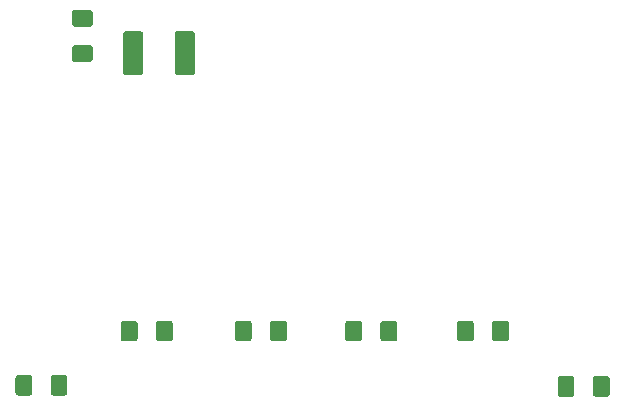
<source format=gbr>
G04 #@! TF.GenerationSoftware,KiCad,Pcbnew,5.1.5+dfsg1-2build2*
G04 #@! TF.CreationDate,2022-07-28T19:41:36+02:00*
G04 #@! TF.ProjectId,digital,64696769-7461-46c2-9e6b-696361645f70,rev?*
G04 #@! TF.SameCoordinates,Original*
G04 #@! TF.FileFunction,Paste,Bot*
G04 #@! TF.FilePolarity,Positive*
%FSLAX46Y46*%
G04 Gerber Fmt 4.6, Leading zero omitted, Abs format (unit mm)*
G04 Created by KiCad (PCBNEW 5.1.5+dfsg1-2build2) date 2022-07-28 19:41:36*
%MOMM*%
%LPD*%
G04 APERTURE LIST*
%ADD10C,0.100000*%
G04 APERTURE END LIST*
D10*
G36*
X122887004Y-122526204D02*
G01*
X122911273Y-122529804D01*
X122935071Y-122535765D01*
X122958171Y-122544030D01*
X122980349Y-122554520D01*
X123001393Y-122567133D01*
X123021098Y-122581747D01*
X123039277Y-122598223D01*
X123055753Y-122616402D01*
X123070367Y-122636107D01*
X123082980Y-122657151D01*
X123093470Y-122679329D01*
X123101735Y-122702429D01*
X123107696Y-122726227D01*
X123111296Y-122750496D01*
X123112500Y-122775000D01*
X123112500Y-124025000D01*
X123111296Y-124049504D01*
X123107696Y-124073773D01*
X123101735Y-124097571D01*
X123093470Y-124120671D01*
X123082980Y-124142849D01*
X123070367Y-124163893D01*
X123055753Y-124183598D01*
X123039277Y-124201777D01*
X123021098Y-124218253D01*
X123001393Y-124232867D01*
X122980349Y-124245480D01*
X122958171Y-124255970D01*
X122935071Y-124264235D01*
X122911273Y-124270196D01*
X122887004Y-124273796D01*
X122862500Y-124275000D01*
X121937500Y-124275000D01*
X121912996Y-124273796D01*
X121888727Y-124270196D01*
X121864929Y-124264235D01*
X121841829Y-124255970D01*
X121819651Y-124245480D01*
X121798607Y-124232867D01*
X121778902Y-124218253D01*
X121760723Y-124201777D01*
X121744247Y-124183598D01*
X121729633Y-124163893D01*
X121717020Y-124142849D01*
X121706530Y-124120671D01*
X121698265Y-124097571D01*
X121692304Y-124073773D01*
X121688704Y-124049504D01*
X121687500Y-124025000D01*
X121687500Y-122775000D01*
X121688704Y-122750496D01*
X121692304Y-122726227D01*
X121698265Y-122702429D01*
X121706530Y-122679329D01*
X121717020Y-122657151D01*
X121729633Y-122636107D01*
X121744247Y-122616402D01*
X121760723Y-122598223D01*
X121778902Y-122581747D01*
X121798607Y-122567133D01*
X121819651Y-122554520D01*
X121841829Y-122544030D01*
X121864929Y-122535765D01*
X121888727Y-122529804D01*
X121912996Y-122526204D01*
X121937500Y-122525000D01*
X122862500Y-122525000D01*
X122887004Y-122526204D01*
G37*
G36*
X125862004Y-122526204D02*
G01*
X125886273Y-122529804D01*
X125910071Y-122535765D01*
X125933171Y-122544030D01*
X125955349Y-122554520D01*
X125976393Y-122567133D01*
X125996098Y-122581747D01*
X126014277Y-122598223D01*
X126030753Y-122616402D01*
X126045367Y-122636107D01*
X126057980Y-122657151D01*
X126068470Y-122679329D01*
X126076735Y-122702429D01*
X126082696Y-122726227D01*
X126086296Y-122750496D01*
X126087500Y-122775000D01*
X126087500Y-124025000D01*
X126086296Y-124049504D01*
X126082696Y-124073773D01*
X126076735Y-124097571D01*
X126068470Y-124120671D01*
X126057980Y-124142849D01*
X126045367Y-124163893D01*
X126030753Y-124183598D01*
X126014277Y-124201777D01*
X125996098Y-124218253D01*
X125976393Y-124232867D01*
X125955349Y-124245480D01*
X125933171Y-124255970D01*
X125910071Y-124264235D01*
X125886273Y-124270196D01*
X125862004Y-124273796D01*
X125837500Y-124275000D01*
X124912500Y-124275000D01*
X124887996Y-124273796D01*
X124863727Y-124270196D01*
X124839929Y-124264235D01*
X124816829Y-124255970D01*
X124794651Y-124245480D01*
X124773607Y-124232867D01*
X124753902Y-124218253D01*
X124735723Y-124201777D01*
X124719247Y-124183598D01*
X124704633Y-124163893D01*
X124692020Y-124142849D01*
X124681530Y-124120671D01*
X124673265Y-124097571D01*
X124667304Y-124073773D01*
X124663704Y-124049504D01*
X124662500Y-124025000D01*
X124662500Y-122775000D01*
X124663704Y-122750496D01*
X124667304Y-122726227D01*
X124673265Y-122702429D01*
X124681530Y-122679329D01*
X124692020Y-122657151D01*
X124704633Y-122636107D01*
X124719247Y-122616402D01*
X124735723Y-122598223D01*
X124753902Y-122581747D01*
X124773607Y-122567133D01*
X124794651Y-122554520D01*
X124816829Y-122544030D01*
X124839929Y-122535765D01*
X124863727Y-122529804D01*
X124887996Y-122526204D01*
X124912500Y-122525000D01*
X125837500Y-122525000D01*
X125862004Y-122526204D01*
G37*
G36*
X82099504Y-94501204D02*
G01*
X82123773Y-94504804D01*
X82147571Y-94510765D01*
X82170671Y-94519030D01*
X82192849Y-94529520D01*
X82213893Y-94542133D01*
X82233598Y-94556747D01*
X82251777Y-94573223D01*
X82268253Y-94591402D01*
X82282867Y-94611107D01*
X82295480Y-94632151D01*
X82305970Y-94654329D01*
X82314235Y-94677429D01*
X82320196Y-94701227D01*
X82323796Y-94725496D01*
X82325000Y-94750000D01*
X82325000Y-95675000D01*
X82323796Y-95699504D01*
X82320196Y-95723773D01*
X82314235Y-95747571D01*
X82305970Y-95770671D01*
X82295480Y-95792849D01*
X82282867Y-95813893D01*
X82268253Y-95833598D01*
X82251777Y-95851777D01*
X82233598Y-95868253D01*
X82213893Y-95882867D01*
X82192849Y-95895480D01*
X82170671Y-95905970D01*
X82147571Y-95914235D01*
X82123773Y-95920196D01*
X82099504Y-95923796D01*
X82075000Y-95925000D01*
X80825000Y-95925000D01*
X80800496Y-95923796D01*
X80776227Y-95920196D01*
X80752429Y-95914235D01*
X80729329Y-95905970D01*
X80707151Y-95895480D01*
X80686107Y-95882867D01*
X80666402Y-95868253D01*
X80648223Y-95851777D01*
X80631747Y-95833598D01*
X80617133Y-95813893D01*
X80604520Y-95792849D01*
X80594030Y-95770671D01*
X80585765Y-95747571D01*
X80579804Y-95723773D01*
X80576204Y-95699504D01*
X80575000Y-95675000D01*
X80575000Y-94750000D01*
X80576204Y-94725496D01*
X80579804Y-94701227D01*
X80585765Y-94677429D01*
X80594030Y-94654329D01*
X80604520Y-94632151D01*
X80617133Y-94611107D01*
X80631747Y-94591402D01*
X80648223Y-94573223D01*
X80666402Y-94556747D01*
X80686107Y-94542133D01*
X80707151Y-94529520D01*
X80729329Y-94519030D01*
X80752429Y-94510765D01*
X80776227Y-94504804D01*
X80800496Y-94501204D01*
X80825000Y-94500000D01*
X82075000Y-94500000D01*
X82099504Y-94501204D01*
G37*
G36*
X82099504Y-91526204D02*
G01*
X82123773Y-91529804D01*
X82147571Y-91535765D01*
X82170671Y-91544030D01*
X82192849Y-91554520D01*
X82213893Y-91567133D01*
X82233598Y-91581747D01*
X82251777Y-91598223D01*
X82268253Y-91616402D01*
X82282867Y-91636107D01*
X82295480Y-91657151D01*
X82305970Y-91679329D01*
X82314235Y-91702429D01*
X82320196Y-91726227D01*
X82323796Y-91750496D01*
X82325000Y-91775000D01*
X82325000Y-92700000D01*
X82323796Y-92724504D01*
X82320196Y-92748773D01*
X82314235Y-92772571D01*
X82305970Y-92795671D01*
X82295480Y-92817849D01*
X82282867Y-92838893D01*
X82268253Y-92858598D01*
X82251777Y-92876777D01*
X82233598Y-92893253D01*
X82213893Y-92907867D01*
X82192849Y-92920480D01*
X82170671Y-92930970D01*
X82147571Y-92939235D01*
X82123773Y-92945196D01*
X82099504Y-92948796D01*
X82075000Y-92950000D01*
X80825000Y-92950000D01*
X80800496Y-92948796D01*
X80776227Y-92945196D01*
X80752429Y-92939235D01*
X80729329Y-92930970D01*
X80707151Y-92920480D01*
X80686107Y-92907867D01*
X80666402Y-92893253D01*
X80648223Y-92876777D01*
X80631747Y-92858598D01*
X80617133Y-92838893D01*
X80604520Y-92817849D01*
X80594030Y-92795671D01*
X80585765Y-92772571D01*
X80579804Y-92748773D01*
X80576204Y-92724504D01*
X80575000Y-92700000D01*
X80575000Y-91775000D01*
X80576204Y-91750496D01*
X80579804Y-91726227D01*
X80585765Y-91702429D01*
X80594030Y-91679329D01*
X80604520Y-91657151D01*
X80617133Y-91636107D01*
X80631747Y-91616402D01*
X80648223Y-91598223D01*
X80666402Y-91581747D01*
X80686107Y-91567133D01*
X80707151Y-91554520D01*
X80729329Y-91544030D01*
X80752429Y-91535765D01*
X80776227Y-91529804D01*
X80800496Y-91526204D01*
X80825000Y-91525000D01*
X82075000Y-91525000D01*
X82099504Y-91526204D01*
G37*
G36*
X90737004Y-93326204D02*
G01*
X90761273Y-93329804D01*
X90785071Y-93335765D01*
X90808171Y-93344030D01*
X90830349Y-93354520D01*
X90851393Y-93367133D01*
X90871098Y-93381747D01*
X90889277Y-93398223D01*
X90905753Y-93416402D01*
X90920367Y-93436107D01*
X90932980Y-93457151D01*
X90943470Y-93479329D01*
X90951735Y-93502429D01*
X90957696Y-93526227D01*
X90961296Y-93550496D01*
X90962500Y-93575000D01*
X90962500Y-96825000D01*
X90961296Y-96849504D01*
X90957696Y-96873773D01*
X90951735Y-96897571D01*
X90943470Y-96920671D01*
X90932980Y-96942849D01*
X90920367Y-96963893D01*
X90905753Y-96983598D01*
X90889277Y-97001777D01*
X90871098Y-97018253D01*
X90851393Y-97032867D01*
X90830349Y-97045480D01*
X90808171Y-97055970D01*
X90785071Y-97064235D01*
X90761273Y-97070196D01*
X90737004Y-97073796D01*
X90712500Y-97075000D01*
X89537500Y-97075000D01*
X89512996Y-97073796D01*
X89488727Y-97070196D01*
X89464929Y-97064235D01*
X89441829Y-97055970D01*
X89419651Y-97045480D01*
X89398607Y-97032867D01*
X89378902Y-97018253D01*
X89360723Y-97001777D01*
X89344247Y-96983598D01*
X89329633Y-96963893D01*
X89317020Y-96942849D01*
X89306530Y-96920671D01*
X89298265Y-96897571D01*
X89292304Y-96873773D01*
X89288704Y-96849504D01*
X89287500Y-96825000D01*
X89287500Y-93575000D01*
X89288704Y-93550496D01*
X89292304Y-93526227D01*
X89298265Y-93502429D01*
X89306530Y-93479329D01*
X89317020Y-93457151D01*
X89329633Y-93436107D01*
X89344247Y-93416402D01*
X89360723Y-93398223D01*
X89378902Y-93381747D01*
X89398607Y-93367133D01*
X89419651Y-93354520D01*
X89441829Y-93344030D01*
X89464929Y-93335765D01*
X89488727Y-93329804D01*
X89512996Y-93326204D01*
X89537500Y-93325000D01*
X90712500Y-93325000D01*
X90737004Y-93326204D01*
G37*
G36*
X86362004Y-93326204D02*
G01*
X86386273Y-93329804D01*
X86410071Y-93335765D01*
X86433171Y-93344030D01*
X86455349Y-93354520D01*
X86476393Y-93367133D01*
X86496098Y-93381747D01*
X86514277Y-93398223D01*
X86530753Y-93416402D01*
X86545367Y-93436107D01*
X86557980Y-93457151D01*
X86568470Y-93479329D01*
X86576735Y-93502429D01*
X86582696Y-93526227D01*
X86586296Y-93550496D01*
X86587500Y-93575000D01*
X86587500Y-96825000D01*
X86586296Y-96849504D01*
X86582696Y-96873773D01*
X86576735Y-96897571D01*
X86568470Y-96920671D01*
X86557980Y-96942849D01*
X86545367Y-96963893D01*
X86530753Y-96983598D01*
X86514277Y-97001777D01*
X86496098Y-97018253D01*
X86476393Y-97032867D01*
X86455349Y-97045480D01*
X86433171Y-97055970D01*
X86410071Y-97064235D01*
X86386273Y-97070196D01*
X86362004Y-97073796D01*
X86337500Y-97075000D01*
X85162500Y-97075000D01*
X85137996Y-97073796D01*
X85113727Y-97070196D01*
X85089929Y-97064235D01*
X85066829Y-97055970D01*
X85044651Y-97045480D01*
X85023607Y-97032867D01*
X85003902Y-97018253D01*
X84985723Y-97001777D01*
X84969247Y-96983598D01*
X84954633Y-96963893D01*
X84942020Y-96942849D01*
X84931530Y-96920671D01*
X84923265Y-96897571D01*
X84917304Y-96873773D01*
X84913704Y-96849504D01*
X84912500Y-96825000D01*
X84912500Y-93575000D01*
X84913704Y-93550496D01*
X84917304Y-93526227D01*
X84923265Y-93502429D01*
X84931530Y-93479329D01*
X84942020Y-93457151D01*
X84954633Y-93436107D01*
X84969247Y-93416402D01*
X84985723Y-93398223D01*
X85003902Y-93381747D01*
X85023607Y-93367133D01*
X85044651Y-93354520D01*
X85066829Y-93344030D01*
X85089929Y-93335765D01*
X85113727Y-93329804D01*
X85137996Y-93326204D01*
X85162500Y-93325000D01*
X86337500Y-93325000D01*
X86362004Y-93326204D01*
G37*
G36*
X117337004Y-117851204D02*
G01*
X117361273Y-117854804D01*
X117385071Y-117860765D01*
X117408171Y-117869030D01*
X117430349Y-117879520D01*
X117451393Y-117892133D01*
X117471098Y-117906747D01*
X117489277Y-117923223D01*
X117505753Y-117941402D01*
X117520367Y-117961107D01*
X117532980Y-117982151D01*
X117543470Y-118004329D01*
X117551735Y-118027429D01*
X117557696Y-118051227D01*
X117561296Y-118075496D01*
X117562500Y-118100000D01*
X117562500Y-119350000D01*
X117561296Y-119374504D01*
X117557696Y-119398773D01*
X117551735Y-119422571D01*
X117543470Y-119445671D01*
X117532980Y-119467849D01*
X117520367Y-119488893D01*
X117505753Y-119508598D01*
X117489277Y-119526777D01*
X117471098Y-119543253D01*
X117451393Y-119557867D01*
X117430349Y-119570480D01*
X117408171Y-119580970D01*
X117385071Y-119589235D01*
X117361273Y-119595196D01*
X117337004Y-119598796D01*
X117312500Y-119600000D01*
X116387500Y-119600000D01*
X116362996Y-119598796D01*
X116338727Y-119595196D01*
X116314929Y-119589235D01*
X116291829Y-119580970D01*
X116269651Y-119570480D01*
X116248607Y-119557867D01*
X116228902Y-119543253D01*
X116210723Y-119526777D01*
X116194247Y-119508598D01*
X116179633Y-119488893D01*
X116167020Y-119467849D01*
X116156530Y-119445671D01*
X116148265Y-119422571D01*
X116142304Y-119398773D01*
X116138704Y-119374504D01*
X116137500Y-119350000D01*
X116137500Y-118100000D01*
X116138704Y-118075496D01*
X116142304Y-118051227D01*
X116148265Y-118027429D01*
X116156530Y-118004329D01*
X116167020Y-117982151D01*
X116179633Y-117961107D01*
X116194247Y-117941402D01*
X116210723Y-117923223D01*
X116228902Y-117906747D01*
X116248607Y-117892133D01*
X116269651Y-117879520D01*
X116291829Y-117869030D01*
X116314929Y-117860765D01*
X116338727Y-117854804D01*
X116362996Y-117851204D01*
X116387500Y-117850000D01*
X117312500Y-117850000D01*
X117337004Y-117851204D01*
G37*
G36*
X114362004Y-117851204D02*
G01*
X114386273Y-117854804D01*
X114410071Y-117860765D01*
X114433171Y-117869030D01*
X114455349Y-117879520D01*
X114476393Y-117892133D01*
X114496098Y-117906747D01*
X114514277Y-117923223D01*
X114530753Y-117941402D01*
X114545367Y-117961107D01*
X114557980Y-117982151D01*
X114568470Y-118004329D01*
X114576735Y-118027429D01*
X114582696Y-118051227D01*
X114586296Y-118075496D01*
X114587500Y-118100000D01*
X114587500Y-119350000D01*
X114586296Y-119374504D01*
X114582696Y-119398773D01*
X114576735Y-119422571D01*
X114568470Y-119445671D01*
X114557980Y-119467849D01*
X114545367Y-119488893D01*
X114530753Y-119508598D01*
X114514277Y-119526777D01*
X114496098Y-119543253D01*
X114476393Y-119557867D01*
X114455349Y-119570480D01*
X114433171Y-119580970D01*
X114410071Y-119589235D01*
X114386273Y-119595196D01*
X114362004Y-119598796D01*
X114337500Y-119600000D01*
X113412500Y-119600000D01*
X113387996Y-119598796D01*
X113363727Y-119595196D01*
X113339929Y-119589235D01*
X113316829Y-119580970D01*
X113294651Y-119570480D01*
X113273607Y-119557867D01*
X113253902Y-119543253D01*
X113235723Y-119526777D01*
X113219247Y-119508598D01*
X113204633Y-119488893D01*
X113192020Y-119467849D01*
X113181530Y-119445671D01*
X113173265Y-119422571D01*
X113167304Y-119398773D01*
X113163704Y-119374504D01*
X113162500Y-119350000D01*
X113162500Y-118100000D01*
X113163704Y-118075496D01*
X113167304Y-118051227D01*
X113173265Y-118027429D01*
X113181530Y-118004329D01*
X113192020Y-117982151D01*
X113204633Y-117961107D01*
X113219247Y-117941402D01*
X113235723Y-117923223D01*
X113253902Y-117906747D01*
X113273607Y-117892133D01*
X113294651Y-117879520D01*
X113316829Y-117869030D01*
X113339929Y-117860765D01*
X113363727Y-117854804D01*
X113387996Y-117851204D01*
X113412500Y-117850000D01*
X114337500Y-117850000D01*
X114362004Y-117851204D01*
G37*
G36*
X104912004Y-117851204D02*
G01*
X104936273Y-117854804D01*
X104960071Y-117860765D01*
X104983171Y-117869030D01*
X105005349Y-117879520D01*
X105026393Y-117892133D01*
X105046098Y-117906747D01*
X105064277Y-117923223D01*
X105080753Y-117941402D01*
X105095367Y-117961107D01*
X105107980Y-117982151D01*
X105118470Y-118004329D01*
X105126735Y-118027429D01*
X105132696Y-118051227D01*
X105136296Y-118075496D01*
X105137500Y-118100000D01*
X105137500Y-119350000D01*
X105136296Y-119374504D01*
X105132696Y-119398773D01*
X105126735Y-119422571D01*
X105118470Y-119445671D01*
X105107980Y-119467849D01*
X105095367Y-119488893D01*
X105080753Y-119508598D01*
X105064277Y-119526777D01*
X105046098Y-119543253D01*
X105026393Y-119557867D01*
X105005349Y-119570480D01*
X104983171Y-119580970D01*
X104960071Y-119589235D01*
X104936273Y-119595196D01*
X104912004Y-119598796D01*
X104887500Y-119600000D01*
X103962500Y-119600000D01*
X103937996Y-119598796D01*
X103913727Y-119595196D01*
X103889929Y-119589235D01*
X103866829Y-119580970D01*
X103844651Y-119570480D01*
X103823607Y-119557867D01*
X103803902Y-119543253D01*
X103785723Y-119526777D01*
X103769247Y-119508598D01*
X103754633Y-119488893D01*
X103742020Y-119467849D01*
X103731530Y-119445671D01*
X103723265Y-119422571D01*
X103717304Y-119398773D01*
X103713704Y-119374504D01*
X103712500Y-119350000D01*
X103712500Y-118100000D01*
X103713704Y-118075496D01*
X103717304Y-118051227D01*
X103723265Y-118027429D01*
X103731530Y-118004329D01*
X103742020Y-117982151D01*
X103754633Y-117961107D01*
X103769247Y-117941402D01*
X103785723Y-117923223D01*
X103803902Y-117906747D01*
X103823607Y-117892133D01*
X103844651Y-117879520D01*
X103866829Y-117869030D01*
X103889929Y-117860765D01*
X103913727Y-117854804D01*
X103937996Y-117851204D01*
X103962500Y-117850000D01*
X104887500Y-117850000D01*
X104912004Y-117851204D01*
G37*
G36*
X107887004Y-117851204D02*
G01*
X107911273Y-117854804D01*
X107935071Y-117860765D01*
X107958171Y-117869030D01*
X107980349Y-117879520D01*
X108001393Y-117892133D01*
X108021098Y-117906747D01*
X108039277Y-117923223D01*
X108055753Y-117941402D01*
X108070367Y-117961107D01*
X108082980Y-117982151D01*
X108093470Y-118004329D01*
X108101735Y-118027429D01*
X108107696Y-118051227D01*
X108111296Y-118075496D01*
X108112500Y-118100000D01*
X108112500Y-119350000D01*
X108111296Y-119374504D01*
X108107696Y-119398773D01*
X108101735Y-119422571D01*
X108093470Y-119445671D01*
X108082980Y-119467849D01*
X108070367Y-119488893D01*
X108055753Y-119508598D01*
X108039277Y-119526777D01*
X108021098Y-119543253D01*
X108001393Y-119557867D01*
X107980349Y-119570480D01*
X107958171Y-119580970D01*
X107935071Y-119589235D01*
X107911273Y-119595196D01*
X107887004Y-119598796D01*
X107862500Y-119600000D01*
X106937500Y-119600000D01*
X106912996Y-119598796D01*
X106888727Y-119595196D01*
X106864929Y-119589235D01*
X106841829Y-119580970D01*
X106819651Y-119570480D01*
X106798607Y-119557867D01*
X106778902Y-119543253D01*
X106760723Y-119526777D01*
X106744247Y-119508598D01*
X106729633Y-119488893D01*
X106717020Y-119467849D01*
X106706530Y-119445671D01*
X106698265Y-119422571D01*
X106692304Y-119398773D01*
X106688704Y-119374504D01*
X106687500Y-119350000D01*
X106687500Y-118100000D01*
X106688704Y-118075496D01*
X106692304Y-118051227D01*
X106698265Y-118027429D01*
X106706530Y-118004329D01*
X106717020Y-117982151D01*
X106729633Y-117961107D01*
X106744247Y-117941402D01*
X106760723Y-117923223D01*
X106778902Y-117906747D01*
X106798607Y-117892133D01*
X106819651Y-117879520D01*
X106841829Y-117869030D01*
X106864929Y-117860765D01*
X106888727Y-117854804D01*
X106912996Y-117851204D01*
X106937500Y-117850000D01*
X107862500Y-117850000D01*
X107887004Y-117851204D01*
G37*
G36*
X98537004Y-117826204D02*
G01*
X98561273Y-117829804D01*
X98585071Y-117835765D01*
X98608171Y-117844030D01*
X98630349Y-117854520D01*
X98651393Y-117867133D01*
X98671098Y-117881747D01*
X98689277Y-117898223D01*
X98705753Y-117916402D01*
X98720367Y-117936107D01*
X98732980Y-117957151D01*
X98743470Y-117979329D01*
X98751735Y-118002429D01*
X98757696Y-118026227D01*
X98761296Y-118050496D01*
X98762500Y-118075000D01*
X98762500Y-119325000D01*
X98761296Y-119349504D01*
X98757696Y-119373773D01*
X98751735Y-119397571D01*
X98743470Y-119420671D01*
X98732980Y-119442849D01*
X98720367Y-119463893D01*
X98705753Y-119483598D01*
X98689277Y-119501777D01*
X98671098Y-119518253D01*
X98651393Y-119532867D01*
X98630349Y-119545480D01*
X98608171Y-119555970D01*
X98585071Y-119564235D01*
X98561273Y-119570196D01*
X98537004Y-119573796D01*
X98512500Y-119575000D01*
X97587500Y-119575000D01*
X97562996Y-119573796D01*
X97538727Y-119570196D01*
X97514929Y-119564235D01*
X97491829Y-119555970D01*
X97469651Y-119545480D01*
X97448607Y-119532867D01*
X97428902Y-119518253D01*
X97410723Y-119501777D01*
X97394247Y-119483598D01*
X97379633Y-119463893D01*
X97367020Y-119442849D01*
X97356530Y-119420671D01*
X97348265Y-119397571D01*
X97342304Y-119373773D01*
X97338704Y-119349504D01*
X97337500Y-119325000D01*
X97337500Y-118075000D01*
X97338704Y-118050496D01*
X97342304Y-118026227D01*
X97348265Y-118002429D01*
X97356530Y-117979329D01*
X97367020Y-117957151D01*
X97379633Y-117936107D01*
X97394247Y-117916402D01*
X97410723Y-117898223D01*
X97428902Y-117881747D01*
X97448607Y-117867133D01*
X97469651Y-117854520D01*
X97491829Y-117844030D01*
X97514929Y-117835765D01*
X97538727Y-117829804D01*
X97562996Y-117826204D01*
X97587500Y-117825000D01*
X98512500Y-117825000D01*
X98537004Y-117826204D01*
G37*
G36*
X95562004Y-117826204D02*
G01*
X95586273Y-117829804D01*
X95610071Y-117835765D01*
X95633171Y-117844030D01*
X95655349Y-117854520D01*
X95676393Y-117867133D01*
X95696098Y-117881747D01*
X95714277Y-117898223D01*
X95730753Y-117916402D01*
X95745367Y-117936107D01*
X95757980Y-117957151D01*
X95768470Y-117979329D01*
X95776735Y-118002429D01*
X95782696Y-118026227D01*
X95786296Y-118050496D01*
X95787500Y-118075000D01*
X95787500Y-119325000D01*
X95786296Y-119349504D01*
X95782696Y-119373773D01*
X95776735Y-119397571D01*
X95768470Y-119420671D01*
X95757980Y-119442849D01*
X95745367Y-119463893D01*
X95730753Y-119483598D01*
X95714277Y-119501777D01*
X95696098Y-119518253D01*
X95676393Y-119532867D01*
X95655349Y-119545480D01*
X95633171Y-119555970D01*
X95610071Y-119564235D01*
X95586273Y-119570196D01*
X95562004Y-119573796D01*
X95537500Y-119575000D01*
X94612500Y-119575000D01*
X94587996Y-119573796D01*
X94563727Y-119570196D01*
X94539929Y-119564235D01*
X94516829Y-119555970D01*
X94494651Y-119545480D01*
X94473607Y-119532867D01*
X94453902Y-119518253D01*
X94435723Y-119501777D01*
X94419247Y-119483598D01*
X94404633Y-119463893D01*
X94392020Y-119442849D01*
X94381530Y-119420671D01*
X94373265Y-119397571D01*
X94367304Y-119373773D01*
X94363704Y-119349504D01*
X94362500Y-119325000D01*
X94362500Y-118075000D01*
X94363704Y-118050496D01*
X94367304Y-118026227D01*
X94373265Y-118002429D01*
X94381530Y-117979329D01*
X94392020Y-117957151D01*
X94404633Y-117936107D01*
X94419247Y-117916402D01*
X94435723Y-117898223D01*
X94453902Y-117881747D01*
X94473607Y-117867133D01*
X94494651Y-117854520D01*
X94516829Y-117844030D01*
X94539929Y-117835765D01*
X94563727Y-117829804D01*
X94587996Y-117826204D01*
X94612500Y-117825000D01*
X95537500Y-117825000D01*
X95562004Y-117826204D01*
G37*
G36*
X85899504Y-117851204D02*
G01*
X85923773Y-117854804D01*
X85947571Y-117860765D01*
X85970671Y-117869030D01*
X85992849Y-117879520D01*
X86013893Y-117892133D01*
X86033598Y-117906747D01*
X86051777Y-117923223D01*
X86068253Y-117941402D01*
X86082867Y-117961107D01*
X86095480Y-117982151D01*
X86105970Y-118004329D01*
X86114235Y-118027429D01*
X86120196Y-118051227D01*
X86123796Y-118075496D01*
X86125000Y-118100000D01*
X86125000Y-119350000D01*
X86123796Y-119374504D01*
X86120196Y-119398773D01*
X86114235Y-119422571D01*
X86105970Y-119445671D01*
X86095480Y-119467849D01*
X86082867Y-119488893D01*
X86068253Y-119508598D01*
X86051777Y-119526777D01*
X86033598Y-119543253D01*
X86013893Y-119557867D01*
X85992849Y-119570480D01*
X85970671Y-119580970D01*
X85947571Y-119589235D01*
X85923773Y-119595196D01*
X85899504Y-119598796D01*
X85875000Y-119600000D01*
X84950000Y-119600000D01*
X84925496Y-119598796D01*
X84901227Y-119595196D01*
X84877429Y-119589235D01*
X84854329Y-119580970D01*
X84832151Y-119570480D01*
X84811107Y-119557867D01*
X84791402Y-119543253D01*
X84773223Y-119526777D01*
X84756747Y-119508598D01*
X84742133Y-119488893D01*
X84729520Y-119467849D01*
X84719030Y-119445671D01*
X84710765Y-119422571D01*
X84704804Y-119398773D01*
X84701204Y-119374504D01*
X84700000Y-119350000D01*
X84700000Y-118100000D01*
X84701204Y-118075496D01*
X84704804Y-118051227D01*
X84710765Y-118027429D01*
X84719030Y-118004329D01*
X84729520Y-117982151D01*
X84742133Y-117961107D01*
X84756747Y-117941402D01*
X84773223Y-117923223D01*
X84791402Y-117906747D01*
X84811107Y-117892133D01*
X84832151Y-117879520D01*
X84854329Y-117869030D01*
X84877429Y-117860765D01*
X84901227Y-117854804D01*
X84925496Y-117851204D01*
X84950000Y-117850000D01*
X85875000Y-117850000D01*
X85899504Y-117851204D01*
G37*
G36*
X88874504Y-117851204D02*
G01*
X88898773Y-117854804D01*
X88922571Y-117860765D01*
X88945671Y-117869030D01*
X88967849Y-117879520D01*
X88988893Y-117892133D01*
X89008598Y-117906747D01*
X89026777Y-117923223D01*
X89043253Y-117941402D01*
X89057867Y-117961107D01*
X89070480Y-117982151D01*
X89080970Y-118004329D01*
X89089235Y-118027429D01*
X89095196Y-118051227D01*
X89098796Y-118075496D01*
X89100000Y-118100000D01*
X89100000Y-119350000D01*
X89098796Y-119374504D01*
X89095196Y-119398773D01*
X89089235Y-119422571D01*
X89080970Y-119445671D01*
X89070480Y-119467849D01*
X89057867Y-119488893D01*
X89043253Y-119508598D01*
X89026777Y-119526777D01*
X89008598Y-119543253D01*
X88988893Y-119557867D01*
X88967849Y-119570480D01*
X88945671Y-119580970D01*
X88922571Y-119589235D01*
X88898773Y-119595196D01*
X88874504Y-119598796D01*
X88850000Y-119600000D01*
X87925000Y-119600000D01*
X87900496Y-119598796D01*
X87876227Y-119595196D01*
X87852429Y-119589235D01*
X87829329Y-119580970D01*
X87807151Y-119570480D01*
X87786107Y-119557867D01*
X87766402Y-119543253D01*
X87748223Y-119526777D01*
X87731747Y-119508598D01*
X87717133Y-119488893D01*
X87704520Y-119467849D01*
X87694030Y-119445671D01*
X87685765Y-119422571D01*
X87679804Y-119398773D01*
X87676204Y-119374504D01*
X87675000Y-119350000D01*
X87675000Y-118100000D01*
X87676204Y-118075496D01*
X87679804Y-118051227D01*
X87685765Y-118027429D01*
X87694030Y-118004329D01*
X87704520Y-117982151D01*
X87717133Y-117961107D01*
X87731747Y-117941402D01*
X87748223Y-117923223D01*
X87766402Y-117906747D01*
X87786107Y-117892133D01*
X87807151Y-117879520D01*
X87829329Y-117869030D01*
X87852429Y-117860765D01*
X87876227Y-117854804D01*
X87900496Y-117851204D01*
X87925000Y-117850000D01*
X88850000Y-117850000D01*
X88874504Y-117851204D01*
G37*
G36*
X79962004Y-122426204D02*
G01*
X79986273Y-122429804D01*
X80010071Y-122435765D01*
X80033171Y-122444030D01*
X80055349Y-122454520D01*
X80076393Y-122467133D01*
X80096098Y-122481747D01*
X80114277Y-122498223D01*
X80130753Y-122516402D01*
X80145367Y-122536107D01*
X80157980Y-122557151D01*
X80168470Y-122579329D01*
X80176735Y-122602429D01*
X80182696Y-122626227D01*
X80186296Y-122650496D01*
X80187500Y-122675000D01*
X80187500Y-123925000D01*
X80186296Y-123949504D01*
X80182696Y-123973773D01*
X80176735Y-123997571D01*
X80168470Y-124020671D01*
X80157980Y-124042849D01*
X80145367Y-124063893D01*
X80130753Y-124083598D01*
X80114277Y-124101777D01*
X80096098Y-124118253D01*
X80076393Y-124132867D01*
X80055349Y-124145480D01*
X80033171Y-124155970D01*
X80010071Y-124164235D01*
X79986273Y-124170196D01*
X79962004Y-124173796D01*
X79937500Y-124175000D01*
X79012500Y-124175000D01*
X78987996Y-124173796D01*
X78963727Y-124170196D01*
X78939929Y-124164235D01*
X78916829Y-124155970D01*
X78894651Y-124145480D01*
X78873607Y-124132867D01*
X78853902Y-124118253D01*
X78835723Y-124101777D01*
X78819247Y-124083598D01*
X78804633Y-124063893D01*
X78792020Y-124042849D01*
X78781530Y-124020671D01*
X78773265Y-123997571D01*
X78767304Y-123973773D01*
X78763704Y-123949504D01*
X78762500Y-123925000D01*
X78762500Y-122675000D01*
X78763704Y-122650496D01*
X78767304Y-122626227D01*
X78773265Y-122602429D01*
X78781530Y-122579329D01*
X78792020Y-122557151D01*
X78804633Y-122536107D01*
X78819247Y-122516402D01*
X78835723Y-122498223D01*
X78853902Y-122481747D01*
X78873607Y-122467133D01*
X78894651Y-122454520D01*
X78916829Y-122444030D01*
X78939929Y-122435765D01*
X78963727Y-122429804D01*
X78987996Y-122426204D01*
X79012500Y-122425000D01*
X79937500Y-122425000D01*
X79962004Y-122426204D01*
G37*
G36*
X76987004Y-122426204D02*
G01*
X77011273Y-122429804D01*
X77035071Y-122435765D01*
X77058171Y-122444030D01*
X77080349Y-122454520D01*
X77101393Y-122467133D01*
X77121098Y-122481747D01*
X77139277Y-122498223D01*
X77155753Y-122516402D01*
X77170367Y-122536107D01*
X77182980Y-122557151D01*
X77193470Y-122579329D01*
X77201735Y-122602429D01*
X77207696Y-122626227D01*
X77211296Y-122650496D01*
X77212500Y-122675000D01*
X77212500Y-123925000D01*
X77211296Y-123949504D01*
X77207696Y-123973773D01*
X77201735Y-123997571D01*
X77193470Y-124020671D01*
X77182980Y-124042849D01*
X77170367Y-124063893D01*
X77155753Y-124083598D01*
X77139277Y-124101777D01*
X77121098Y-124118253D01*
X77101393Y-124132867D01*
X77080349Y-124145480D01*
X77058171Y-124155970D01*
X77035071Y-124164235D01*
X77011273Y-124170196D01*
X76987004Y-124173796D01*
X76962500Y-124175000D01*
X76037500Y-124175000D01*
X76012996Y-124173796D01*
X75988727Y-124170196D01*
X75964929Y-124164235D01*
X75941829Y-124155970D01*
X75919651Y-124145480D01*
X75898607Y-124132867D01*
X75878902Y-124118253D01*
X75860723Y-124101777D01*
X75844247Y-124083598D01*
X75829633Y-124063893D01*
X75817020Y-124042849D01*
X75806530Y-124020671D01*
X75798265Y-123997571D01*
X75792304Y-123973773D01*
X75788704Y-123949504D01*
X75787500Y-123925000D01*
X75787500Y-122675000D01*
X75788704Y-122650496D01*
X75792304Y-122626227D01*
X75798265Y-122602429D01*
X75806530Y-122579329D01*
X75817020Y-122557151D01*
X75829633Y-122536107D01*
X75844247Y-122516402D01*
X75860723Y-122498223D01*
X75878902Y-122481747D01*
X75898607Y-122467133D01*
X75919651Y-122454520D01*
X75941829Y-122444030D01*
X75964929Y-122435765D01*
X75988727Y-122429804D01*
X76012996Y-122426204D01*
X76037500Y-122425000D01*
X76962500Y-122425000D01*
X76987004Y-122426204D01*
G37*
M02*

</source>
